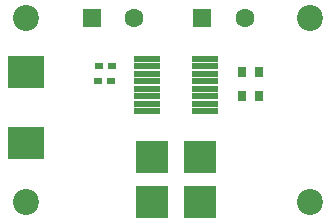
<source format=gts>
G04 #@! TF.GenerationSoftware,KiCad,Pcbnew,(6.0.7-1)-1*
G04 #@! TF.CreationDate,2024-07-24T16:53:06+03:00*
G04 #@! TF.ProjectId,Thermal,54686572-6d61-46c2-9e6b-696361645f70,rev?*
G04 #@! TF.SameCoordinates,Original*
G04 #@! TF.FileFunction,Soldermask,Top*
G04 #@! TF.FilePolarity,Negative*
%FSLAX46Y46*%
G04 Gerber Fmt 4.6, Leading zero omitted, Abs format (unit mm)*
G04 Created by KiCad (PCBNEW (6.0.7-1)-1) date 2024-07-24 16:53:06*
%MOMM*%
%LPD*%
G01*
G04 APERTURE LIST*
G04 Aperture macros list*
%AMRoundRect*
0 Rectangle with rounded corners*
0 $1 Rounding radius*
0 $2 $3 $4 $5 $6 $7 $8 $9 X,Y pos of 4 corners*
0 Add a 4 corners polygon primitive as box body*
4,1,4,$2,$3,$4,$5,$6,$7,$8,$9,$2,$3,0*
0 Add four circle primitives for the rounded corners*
1,1,$1+$1,$2,$3*
1,1,$1+$1,$4,$5*
1,1,$1+$1,$6,$7*
1,1,$1+$1,$8,$9*
0 Add four rect primitives between the rounded corners*
20,1,$1+$1,$2,$3,$4,$5,0*
20,1,$1+$1,$4,$5,$6,$7,0*
20,1,$1+$1,$6,$7,$8,$9,0*
20,1,$1+$1,$8,$9,$2,$3,0*%
G04 Aperture macros list end*
%ADD10RoundRect,0.102000X-0.990600X-0.177800X0.990600X-0.177800X0.990600X0.177800X-0.990600X0.177800X0*%
%ADD11R,0.790094X0.540005*%
%ADD12RoundRect,0.250000X-0.550000X-0.550000X0.550000X-0.550000X0.550000X0.550000X-0.550000X0.550000X0*%
%ADD13C,1.600000*%
%ADD14R,0.800000X0.900000*%
%ADD15R,2.800000X2.700000*%
%ADD16C,2.200000*%
%ADD17R,3.009906X2.799086*%
G04 APERTURE END LIST*
D10*
X398226256Y-97410660D03*
X398226256Y-98045660D03*
X398226256Y-98680660D03*
X398226256Y-99315660D03*
X398226256Y-99950660D03*
X398226256Y-100585660D03*
X398226256Y-101220660D03*
X398226256Y-101855660D03*
X403153856Y-101855660D03*
X403153856Y-101220660D03*
X403153856Y-100585660D03*
X403153856Y-99950660D03*
X403153856Y-99315660D03*
X403153856Y-98680660D03*
X403153856Y-98045660D03*
X403153856Y-97410660D03*
D11*
X395190056Y-99333160D03*
X394099886Y-99333160D03*
D12*
X402900000Y-93950000D03*
D13*
X406500000Y-93950000D03*
D14*
X406290006Y-100523736D03*
X407690056Y-100523736D03*
D12*
X393550000Y-93950000D03*
D13*
X397150000Y-93950000D03*
D11*
X394144971Y-98033160D03*
X395235141Y-98033160D03*
D15*
X398630112Y-105750254D03*
X398630112Y-109516320D03*
X402750000Y-109516320D03*
X402750000Y-105750000D03*
D16*
X388000000Y-94000000D03*
X388000000Y-94000000D03*
X412000000Y-94000000D03*
X412000000Y-94000000D03*
X387963800Y-109500000D03*
X387963800Y-109500000D03*
D17*
X387963800Y-98567500D03*
X387963800Y-104567500D03*
D16*
X412000000Y-109500000D03*
X412000000Y-109500000D03*
D14*
X407690056Y-98523736D03*
X406290006Y-98523736D03*
M02*

</source>
